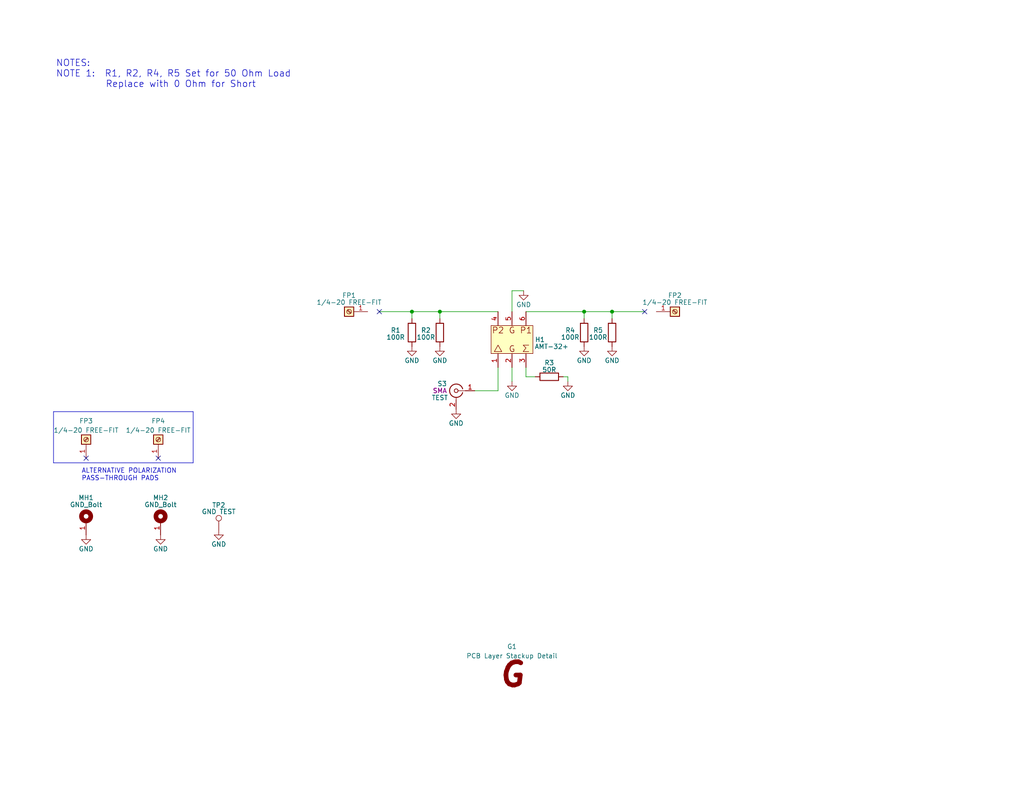
<source format=kicad_sch>
(kicad_sch (version 20230121) (generator eeschema)
  (paper "USLetter")
  (title_block (title "LWA FEE") (date "2022-04-26") (rev "1.3") (company "Long Wavelength Array") (comment 1 "4555 Overlook Avenue SW") (comment 2 "Washington, DC 20375") (comment 3 "Brian Hicks / Whitham D. Reeve") (comment 4 "U.S. Naval Research Laboratory"))
  (lib_symbols
    (symbol "Connector:Conn_Coaxial" (pin_names (offset 1.016) hide)
      (property "Reference" "J" (at 0.254 3.048 0))
      (property "Value" "Conn_Coaxial" (at 2.921 0 90))
      (symbol "Conn_Coaxial_0_1"
        (arc (start -1.778 -0.508) (mid 0.222 -1.808) (end 1.778 0) (stroke (width 0.254)))
        (polyline (pts (xy -2.54 0) (xy -0.508 0)))
        (polyline (pts (xy 0 -2.54) (xy 0 -1.778)))
        (circle (center 0 0) (radius 0.508) (stroke (width 0.2032)))
        (arc (start 1.778 0) (mid 0.222 1.8083) (end -1.778 0.508) (stroke (width 0.254)))
      )
      (symbol "Conn_Coaxial_1_1"
        (pin passive line (at -5.08 0 0) (length 2.54) (name "In") (number "1"))
        (pin passive line (at 0 -5.08 90) (length 2.54) (name "Ext") (number "2"))
      )
    )
    (symbol "Connector:Screw_Terminal_01x01" (pin_names (offset 1.016) hide)
      (property "Reference" "J" (at 0 2.54 0))
      (property "Value" "Screw_Terminal_01x01" (at 0 -2.54 0))
      (symbol "Screw_Terminal_01x01_1_1"
        (rectangle (start -1.27 1.27) (end 1.27 -1.27) (stroke (width 0.254)) (fill (type background)))
        (polyline (pts (xy -0.5334 0.3302) (xy 0.3302 -0.508)) (stroke (width 0.1524)))
        (polyline (pts (xy -0.3556 0.508) (xy 0.508 -0.3302)) (stroke (width 0.1524)))
        (circle (center 0 0) (radius 0.635) (stroke (width 0.1524)))
        (pin passive line (at -5.08 0 0) (length 3.81) (name "Pin_1") (number "1"))
      )
    )
    (symbol "Connector:TestPoint" (pin_numbers hide) (pin_names (offset 0.762) hide)
      (property "Reference" "TP" (at 0 6.858 0))
      (property "Value" "TestPoint" (at 0 5.08 0))
      (symbol "TestPoint_0_1"
        (circle (center 0 3.302) (radius 0.762))
      )
      (symbol "TestPoint_1_1"
        (pin passive line (at 0 0 90) (length 2.54) (name "1") (number "1"))
      )
    )
    (symbol "Device:R" (pin_numbers hide) (pin_names (offset 0))
      (property "Reference" "R" (at 2.032 0 90))
      (property "Value" "R" (at 0 0 90))
      (symbol "R_0_1"
        (rectangle (start -1.016 -2.54) (end 1.016 2.54) (stroke (width 0.254)))
      )
      (symbol "R_1_1"
        (pin passive line (at 0 3.81 270) (length 1.27) (name "~") (number "1"))
        (pin passive line (at 0 -3.81 90) (length 1.27) (name "~") (number "2"))
      )
    )
    (symbol "LWA_RF:AMT-2+" (pin_names (offset 1.016))
      (property "Reference" "U" (at 6.985 5.08 0))
      (property "Value" "AMT-2+" (at 10.16 2.54 0))
      (symbol "AMT-2+_0_0"
        (rectangle (start -5.715 7.62) (end 5.715 0) (fill (type background)))
        (polyline (pts (xy -3.81 2.286) (xy -4.826 0.508) (xy -2.794 0.508) (xy -3.81 2.286)))
        (polyline (pts (xy 4.572 2.286) (xy 3.048 2.286) (xy 3.81 1.524) (xy 3.048 0.508) (xy 4.572 0.508)))
        (text "G" (at 0 1.27 0) (effects (font (size 1.651 1.651))))
        (text "P1" (at 3.81 6.35 0) (effects (font (size 1.651 1.651))))
        (text "P2" (at -3.81 6.35 0) (effects (font (size 1.651 1.651))))
      )
      (symbol "AMT-2+_1_1"
        (text "G" (at 0 6.35 0) (effects (font (size 1.651 1.651))))
        (pin bidirectional line (at -3.81 -3.81 90) (length 3.81) (name "~") (number "1"))
        (pin bidirectional line (at 0 -3.81 90) (length 3.81) (name "~") (number "2"))
        (pin bidirectional line (at 3.81 -3.81 90) (length 3.81) (name "~") (number "3"))
        (pin bidirectional line (at -3.81 11.43 270) (length 3.81) (name "~") (number "4"))
        (pin bidirectional line (at 0 11.43 270) (length 3.81) (name "~") (number "5"))
        (pin bidirectional line (at 3.81 11.43 270) (length 3.81) (name "~") (number "6"))
      )
    )
    (symbol "LWA_RF:GND_Bolt" (pin_names (offset 1.016))
      (property "Reference" "H" (at 0 5.08 0))
      (property "Value" "GND_Bolt" (at 0 3.175 0))
      (symbol "GND_Bolt_0_1"
        (circle (center 0 0) (radius 1.27) (stroke (width 1.27)))
      )
      (symbol "GND_Bolt_1_1"
        (pin bidirectional line (at 0 -5.08 90) (length 3.81) (name "~") (number "1"))
      )
    )
    (symbol "LWA_RF:PCB_Graphic" (pin_names (offset 1.016))
      (property "Reference" "G?" (at -5.08 6.985 0))
      (property "Value" "PCB_Graphic" (at 0 5.08 0))
      (symbol "PCB_Graphic_0_0"
        (text "G" (at 0 0 0) (effects (font (size 6.35 6.35) bold italic)))
      )
    )
    (symbol "power:GND" (power) (pin_names (offset 0))
      (property "Value" "GND" (at 0 -3.81 0))
      (symbol "GND_0_1"
        (polyline (pts (xy 0 0) (xy 0 -1.27) (xy 1.27 -1.27) (xy 0 -2.54) (xy -1.27 -1.27) (xy 0 -1.27)))
      )
      (symbol "GND_1_1"
        (pin power_in line (at 0 0 270) (length 0) hide (name "GND") (number "1"))
      )
    )
  )
  (junction (at 167.005 85.09))
  (junction (at 159.385 85.09))
  (junction (at 120.015 85.09))
  (junction (at 112.395 85.09))
  (no_connect (at 175.895 85.09))
  (no_connect (at 23.495 125.095))
  (no_connect (at 43.18 125.095))
  (no_connect (at 103.505 85.09))
  (wire (pts (xy 139.7 100.33) (xy 139.7 104.14)))
  (wire (pts (xy 139.7 79.375) (xy 139.7 85.09)))
  (polyline (pts (xy 52.705 112.395) (xy 14.605 112.395)))
  (wire (pts (xy 135.89 100.33) (xy 135.89 106.68)))
  (wire (pts (xy 153.67 102.87) (xy 154.94 102.87)))
  (wire (pts (xy 120.015 85.09) (xy 135.89 85.09)))
  (wire (pts (xy 143.51 102.87) (xy 143.51 100.33)))
  (wire (pts (xy 154.94 102.87) (xy 154.94 104.14)))
  (wire (pts (xy 112.395 85.09) (xy 120.015 85.09)))
  (wire (pts (xy 120.015 85.09) (xy 120.015 86.995)))
  (wire (pts (xy 159.385 86.995) (xy 159.385 85.09)))
  (wire (pts (xy 159.385 85.09) (xy 167.005 85.09)))
  (wire (pts (xy 143.51 102.87) (xy 146.05 102.87)))
  (wire (pts (xy 142.875 79.375) (xy 139.7 79.375)))
  (wire (pts (xy 167.005 85.09) (xy 167.005 86.995)))
  (wire (pts (xy 175.895 85.09) (xy 167.005 85.09)))
  (wire (pts (xy 112.395 86.995) (xy 112.395 85.09)))
  (polyline (pts (xy 14.605 112.395) (xy 14.605 126.365)))
  (wire (pts (xy 143.51 85.09) (xy 159.385 85.09)))
  (wire (pts (xy 129.54 106.68) (xy 135.89 106.68)))
  (polyline (pts (xy 14.605 126.365) (xy 52.705 126.365)))
  (polyline (pts (xy 52.705 126.365) (xy 52.705 112.395)))
  (wire (pts (xy 103.505 85.09) (xy 112.395 85.09)))
  (text "NOTES:\nNOTE 1:  R1, R2, R4, R5 Set for 50 Ohm Load\n          Replace with 0 Ohm for Short" (at 15.24 24.13 0) (effects (font (size 1.778 1.778)) (justify left bottom)))
  (text "ALTERNATIVE POLARIZATION\nPASS-THROUGH PADS" (at 22.225 131.445 0) (effects (font (size 1.27 1.27)) (justify left bottom)))
  (symbol (lib_id "LWA_RF:AMT-2+") (at 139.7 96.52 0) (unit 1)
    (property "Reference" "H1" (at 147.32 92.71 0))
    (property "Value" "AMT-32+" (at 150.495 94.615 0))
    (property "Footprint" "LWA Balun 2020:AMT-2" (effects hide))
    (property "Datasheet" "https://www.minicircuits.com/pdfs/AMT-2+.pdf" (effects hide))
    (property "MPN" "AMT-32+" (effects hide))
    (property "MFGR" "Mini-Circuits" (effects hide))
    (property "Tolerance" "NA" (effects hide))
    (property "Power" "NA" (effects hide))
    (property "Voltage Rating" "NA" (effects hide))
    (property "Unit Cost" "13.45" (effects hide))
    (property "Stock" "66" (effects hide))
    (property "Stock Date" "03/03/2022" (effects hide))
    (property "Voltage" "NA" (effects hide))
    (property "Temp Coeff" "NA" (effects hide))
    (property "Rating (A)" "NA" (effects hide))
    (property "Desc" "Magic Tee, 50 - 200 MHz, 180 deg Hybrid, 50Ω" (effects hide))
  )
  (symbol (lib_id "power:GND") (at 139.7 104.14 0) (unit 1)
    (property "Reference" "#PWR010" (effects hide))
    (property "Value" "GND" (at 139.7 107.95 0))
  )
  (symbol (lib_id "Connector:Conn_Coaxial") (at 124.46 106.68 0) (mirror y) (unit 1)
    (property "Reference" "S3" (at 120.65 104.775 0))
    (property "Value" "TEST" (at 120.015 108.585 0))
    (property "Footprint" "LWA Balun 2020:SMA_142-0701-201" (effects hide))
    (property "Datasheet" "https://belfuse.com/resources/drawings/cinchconnectivitysolutions/johnson/dr-ccs-john-142-0701-201.pdf" (effects hide))
    (property "MPN" "142-0701-201" (effects hide))
    (property "MFGR" "Cinch Connectivity Solutions Johnson" (effects hide))
    (property "Desc" "CONN SMA JACK STR 50 OHM PCB" (effects hide))
    (property "Tolerance" "NA" (effects hide))
    (property "Power" "NA" (effects hide))
    (property "Voltage Rating" "NA" (effects hide))
    (property "Unit Cost" "4.94" (effects hide))
    (property "Stock" "40347" (effects hide))
    (property "Stock Date" "03/03/2022" (effects hide))
    (property "Voltage" "NA" (effects hide))
    (property "Temp Coeff" "NA" (effects hide))
    (property "Rating (A)" "NA" (effects hide))
    (property "TYPE" "SMA" (at 120.015 106.68 0))
  )
  (symbol (lib_id "power:GND") (at 124.46 111.76 0) (mirror y) (unit 1)
    (property "Reference" "#PWR021" (effects hide))
    (property "Value" "GND" (at 124.46 115.57 0))
  )
  (symbol (lib_id "Connector:Screw_Terminal_01x01") (at 184.15 85.09 0) (unit 1)
    (property "Reference" "FP2" (at 184.15 80.645 0))
    (property "Value" "1/4-20 FREE-FIT" (at 184.15 82.55 0))
    (property "Footprint" "LWA Balun 2020:Feedpoint" (effects hide))
    (property "Datasheet" "NA" (effects hide))
    (property "MPN" "DNI" (effects hide))
    (property "MFGR" "DNI" (effects hide))
    (property "Tolerance" "NA" (effects hide))
    (property "Power" "NA" (effects hide))
    (property "Voltage Rating" "NA" (effects hide))
    (property "Unit Cost" "0.00" (effects hide))
    (property "Stock" "1000" (effects hide))
    (property "Stock Date" "06/12/2020" (effects hide))
    (property "Desc" "LWA FEE Feedpoint" (effects hide))
    (property "Voltage" "NA" (effects hide))
    (property "Temp Coeff" "NA" (effects hide))
    (property "Rating (A)" "NA" (effects hide))
  )
  (symbol (lib_id "Connector:Screw_Terminal_01x01") (at 95.25 85.09 180) (unit 1)
    (property "Reference" "FP1" (at 95.25 80.645 0))
    (property "Value" "1/4-20 FREE-FIT" (at 95.25 82.55 0))
    (property "Footprint" "LWA Balun 2020:Feedpoint" (effects hide))
    (property "Datasheet" "NA" (effects hide))
    (property "MPN" "DNI" (effects hide))
    (property "MFGR" "DNI" (effects hide))
    (property "Tolerance" "NA" (effects hide))
    (property "Power" "NA" (effects hide))
    (property "Voltage Rating" "NA" (effects hide))
    (property "Unit Cost" "0.00" (effects hide))
    (property "Stock" "1000" (effects hide))
    (property "Stock Date" "06/12/2020" (effects hide))
    (property "Desc" "LWA FEE Feedpoint" (effects hide))
    (property "Voltage" "NA" (effects hide))
    (property "Temp Coeff" "NA" (effects hide))
    (property "Rating (A)" "NA" (effects hide))
  )
  (symbol (lib_id "Device:R") (at 112.395 90.805 0) (unit 1)
    (property "Reference" "R1" (at 107.95 90.17 0))
    (property "Value" "100R" (at 107.95 92.075 0))
    (property "Footprint" "LWA Balun 2020:R_Cal_1206" (effects hide))
    (property "Datasheet" "https://www.yageo.com/upload/media/product/productsearch/datasheet/rchip/PYu-RC_Group_51_RoHS_L_11.pdf" (effects hide))
    (property "MPN" "RC1206FR-07100RL" (effects hide))
    (property "MFGR" "YAGEO" (effects hide))
    (property "Tolerance" "1%" (effects hide))
    (property "Power" "0.250 W" (effects hide))
    (property "Voltage Rating" "NA" (effects hide))
    (property "Unit Cost" "0.03" (effects hide))
    (property "Stock" "2220743" (effects hide))
    (property "Stock Date" "04/24/2022" (effects hide))
    (property "Desc" "RES 100 OHM 1% 1/4W 1206" (effects hide))
    (property "Voltage" "200 V" (effects hide))
    (property "Temp Coeff" "NA" (effects hide))
    (property "Rating (A)" "NA" (effects hide))
  )
  (symbol (lib_id "Connector:Screw_Terminal_01x01") (at 23.495 120.015 90) (unit 1)
    (property "Reference" "FP3" (at 23.495 114.935 90))
    (property "Value" "1/4-20 FREE-FIT" (at 23.495 117.475 90))
    (property "Footprint" "LWA Balun 2020:Feedpoint" (effects hide))
    (property "Datasheet" "NA" (effects hide))
    (property "MPN" "DNI" (effects hide))
    (property "MFGR" "DNI" (effects hide))
    (property "Tolerance" "NA" (effects hide))
    (property "Power" "NA" (effects hide))
    (property "Voltage Rating" "NA" (effects hide))
    (property "Unit Cost" "0.00" (effects hide))
    (property "Stock" "1000" (effects hide))
    (property "Stock Date" "06/12/2020" (effects hide))
    (property "Desc" "LWA FEE Feedpoint" (effects hide))
    (property "Voltage" "NA" (effects hide))
    (property "Temp Coeff" "NA" (effects hide))
    (property "Rating (A)" "NA" (effects hide))
  )
  (symbol (lib_id "Connector:Screw_Terminal_01x01") (at 43.18 120.015 90) (unit 1)
    (property "Reference" "FP4" (at 43.18 114.935 90))
    (property "Value" "1/4-20 FREE-FIT" (at 43.18 117.475 90))
    (property "Footprint" "LWA Balun 2020:Feedpoint" (effects hide))
    (property "Datasheet" "NA" (effects hide))
    (property "MPN" "DNI" (effects hide))
    (property "MFGR" "DNI" (effects hide))
    (property "Tolerance" "NA" (effects hide))
    (property "Power" "NA" (effects hide))
    (property "Voltage Rating" "NA" (effects hide))
    (property "Unit Cost" "0.00" (effects hide))
    (property "Stock" "1000" (effects hide))
    (property "Stock Date" "06/12/2020" (effects hide))
    (property "Desc" "LWA FEE Feedpoint" (effects hide))
    (property "Voltage" "NA" (effects hide))
    (property "Temp Coeff" "NA" (effects hide))
    (property "Rating (A)" "NA" (effects hide))
  )
  (symbol (lib_id "Connector:TestPoint") (at 59.69 144.78 0) (unit 1)
    (property "Reference" "TP2" (at 59.69 137.922 0))
    (property "Value" "GND TEST" (at 59.69 139.7 0))
    (property "Footprint" "LWA Balun 2020:Harwin_TP_S1751-46R" (effects hide))
    (property "Datasheet" "https://cdn.harwin.com/pdfs/S1751R.pdf" (effects hide))
    (property "MPN" "S1751-46R" (effects hide))
    (property "MFGR" "Harwin Inc" (effects hide))
    (property "Tolerance" "NA" (effects hide))
    (property "Power" "NA" (effects hide))
    (property "Voltage Rating" "NA" (effects hide))
    (property "Unit Cost" "0.20" (effects hide))
    (property "Stock" "157264" (effects hide))
    (property "Stock Date" "03/03/2022" (effects hide))
    (property "Desc" "PC TEST POINT NATURAL" (effects hide))
    (property "Voltage" "NA" (effects hide))
    (property "Temp Coeff" "NA" (effects hide))
    (property "Rating (A)" "NA" (effects hide))
  )
  (symbol (lib_id "power:GND") (at 59.69 144.78 0) (unit 1)
    (property "Reference" "#PWR024" (effects hide))
    (property "Value" "GND" (at 59.69 148.59 0))
  )
  (symbol (lib_id "LWA_RF:GND_Bolt") (at 23.495 140.97 0) (unit 1)
    (property "Reference" "MH1" (at 23.495 135.89 0))
    (property "Value" "GND_Bolt" (at 23.495 137.795 0))
    (property "Footprint" "LWA Balun 2020:GND_Bolt" (effects hide))
  )
  (symbol (lib_id "power:GND") (at 23.495 146.05 0) (unit 1)
    (property "Reference" "#PWR027" (effects hide))
    (property "Value" "GND" (at 23.495 149.86 0))
  )
  (symbol (lib_id "LWA_RF:GND_Bolt") (at 43.815 140.97 0) (unit 1)
    (property "Reference" "MH2" (at 43.815 135.89 0))
    (property "Value" "GND_Bolt" (at 43.815 137.795 0))
    (property "Footprint" "LWA Balun 2020:GND_Bolt" (effects hide))
  )
  (symbol (lib_id "power:GND") (at 43.815 146.05 0) (unit 1)
    (property "Reference" "#PWR028" (effects hide))
    (property "Value" "GND" (at 43.815 149.86 0))
  )
  (symbol (lib_id "LWA_RF:PCB_Graphic") (at 139.7 184.15 0) (unit 1)
    (property "Reference" "G1" (at 139.7 176.53 0))
    (property "Value" "PCB Layer Stackup Detail" (at 139.7 179.07 0))
    (property "Footprint" "FabDrawingTemplates:FabDrawing-2Layer-Imperial_LWA" (effects hide))
  )
  (symbol (lib_id "power:GND") (at 112.395 94.615 0) (mirror y) (unit 1)
    (property "Reference" "#PWR0105" (effects hide))
    (property "Value" "GND" (at 112.395 98.425 0))
  )
  (symbol (lib_id "power:GND") (at 167.005 94.615 0) (mirror y) (unit 1)
    (property "Reference" "#PWR0103" (effects hide))
    (property "Value" "GND" (at 167.005 98.425 0))
  )
  (symbol (lib_id "Device:R") (at 120.015 90.805 0) (unit 1)
    (property "Reference" "R2" (at 116.205 90.17 0))
    (property "Value" "100R" (at 116.205 92.075 0))
    (property "Footprint" "LWA Balun 2020:R_Cal_1206" (effects hide))
    (property "Datasheet" "https://www.yageo.com/upload/media/product/productsearch/datasheet/rchip/PYu-RC_Group_51_RoHS_L_11.pdf" (effects hide))
    (property "MPN" "RC1206FR-07100RL" (effects hide))
    (property "MFGR" "YAGEO" (effects hide))
    (property "Tolerance" "1%" (effects hide))
    (property "Power" "0.250 W" (effects hide))
    (property "Voltage Rating" "NA" (effects hide))
    (property "Unit Cost" "0.03" (effects hide))
    (property "Stock" "2220743" (effects hide))
    (property "Stock Date" "04/24/2022" (effects hide))
    (property "Desc" "RES 100 OHM 1% 1/4W 1206" (effects hide))
    (property "Voltage" "200 V" (effects hide))
    (property "Temp Coeff" "NA" (effects hide))
    (property "Rating (A)" "NA" (effects hide))
  )
  (symbol (lib_id "Device:R") (at 159.385 90.805 0) (unit 1)
    (property "Reference" "R4" (at 155.575 90.17 0))
    (property "Value" "100R" (at 155.575 92.075 0))
    (property "Footprint" "LWA Balun 2020:R_Cal_1206" (effects hide))
    (property "Datasheet" "https://www.yageo.com/upload/media/product/productsearch/datasheet/rchip/PYu-RC_Group_51_RoHS_L_11.pdf" (effects hide))
    (property "MPN" "RC1206FR-07100RL" (effects hide))
    (property "MFGR" "YAGEO" (effects hide))
    (property "Tolerance" "1%" (effects hide))
    (property "Power" "0.250 W" (effects hide))
    (property "Voltage Rating" "NA" (effects hide))
    (property "Unit Cost" "0.03" (effects hide))
    (property "Stock" "2220743" (effects hide))
    (property "Stock Date" "04/24/2022" (effects hide))
    (property "Desc" "RES 100 OHM 1% 1/4W 1206" (effects hide))
    (property "Voltage" "200 V" (effects hide))
    (property "Temp Coeff" "NA" (effects hide))
    (property "Rating (A)" "NA" (effects hide))
  )
  (symbol (lib_id "power:GND") (at 142.875 79.375 0) (unit 1)
    (property "Reference" "#PWR0106" (effects hide))
    (property "Value" "GND" (at 142.875 83.185 0))
  )
  (symbol (lib_id "power:GND") (at 159.385 94.615 0) (mirror y) (unit 1)
    (property "Reference" "#PWR0102" (effects hide))
    (property "Value" "GND" (at 159.385 98.425 0))
  )
  (symbol (lib_id "power:GND") (at 154.94 104.14 0) (unit 1)
    (property "Reference" "#PWR0101" (effects hide))
    (property "Value" "GND" (at 154.94 107.95 0))
  )
  (symbol (lib_id "Device:R") (at 149.86 102.87 270) (unit 1)
    (property "Reference" "R3" (at 149.86 99.06 90))
    (property "Value" "50R" (at 149.86 100.965 90))
    (property "Footprint" "Resistor_SMD:R_1206_3216Metric_Pad1.30x1.75mm_HandSolder" (effects hide))
    (property "Datasheet" "http://www.vishaypg.com/docs/63060/VSMP.pdf" (effects hide))
    (property "MPN" "Y162550R0000B9W" (effects hide))
    (property "MFGR" "Vishay Foil Resistors" (effects hide))
    (property "Tolerance" "0.1%" (effects hide))
    (property "Power" "0.3 W" (effects hide))
    (property "Voltage Rating" "NA" (effects hide))
    (property "Unit Cost" "0.56" (effects hide))
    (property "Stock" "2007" (effects hide))
    (property "Stock Date" "04/26/2022" (effects hide))
    (property "Desc" "RES SMD 50 OHM 0.1% 0.3W 1206" (effects hide))
    (property "Voltage" "87 V" (effects hide))
    (property "Temp Coeff" "NA" (effects hide))
    (property "Rating (A)" "NA" (effects hide))
  )
  (symbol (lib_id "power:GND") (at 120.015 94.615 0) (mirror y) (unit 1)
    (property "Reference" "#PWR0104" (effects hide))
    (property "Value" "GND" (at 120.015 98.425 0))
  )
  (symbol (lib_id "Device:R") (at 167.005 90.805 0) (unit 1)
    (property "Reference" "R5" (at 163.195 90.17 0))
    (property "Value" "100R" (at 163.195 92.075 0))
    (property "Footprint" "LWA Balun 2020:R_Cal_1206" (effects hide))
    (property "Datasheet" "https://www.yageo.com/upload/media/product/productsearch/datasheet/rchip/PYu-RC_Group_51_RoHS_L_11.pdf" (effects hide))
    (property "MPN" "RC1206FR-07100RL" (effects hide))
    (property "MFGR" "YAGEO" (effects hide))
    (property "Tolerance" "1%" (effects hide))
    (property "Power" "0.250 W" (effects hide))
    (property "Voltage Rating" "NA" (effects hide))
    (property "Unit Cost" "0.03" (effects hide))
    (property "Stock" "2220743" (effects hide))
    (property "Stock Date" "04/24/2022" (effects hide))
    (property "Desc" "RES 100 OHM 1% 1/4W 1206" (effects hide))
    (property "Voltage" "200 V" (effects hide))
    (property "Temp Coeff" "NA" (effects hide))
    (property "Rating (A)" "NA" (effects hide))
  )
)
</source>
